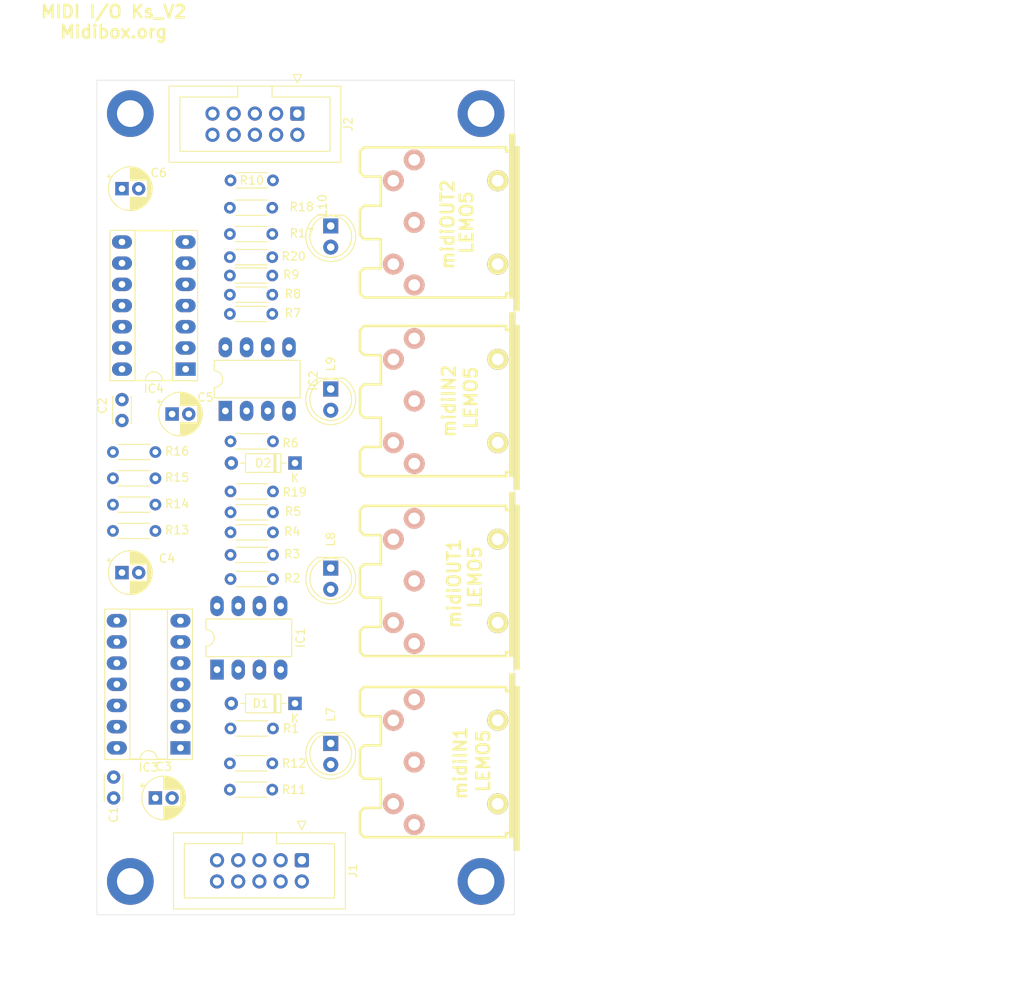
<source format=kicad_pcb>
(kicad_pcb (version 20240108) (generator "pcbnew") (generator_version "8.0")
  (layers (0 "F.Cu" signal) (31 "B.Cu" signal) (34 "B.Paste" user) (35 "F.Paste" user) (36 "B.SilkS" user "B.Silkscreen") (37 "F.SilkS" user "F.Silkscreen") (38 "B.Mask" user) (39 "F.Mask" user) (44 "Edge.Cuts" user))
  (net 0 "")
  (net 1 "Net-(IC1-Vo)")
  (net 2 "Net-(IC1-Vb)")
  (net 3 "+5V")
  (net 4 "GND")
  (net 5 "Net-(IC2-Vb)")
  (net 6 "Net-(IC2-Vo)")
  (net 7 "Net-(J1-P6)")
  (net 8 "Net-(J1-P5)")
  (net 9 "Net-(J1-P9)")
  (net 10 "Net-(J1-P10)")
  (net 12 "Net-(R1-Pad1)")
  (net 16 "Net-(R6-Pad1)")
  (net 20 "Net-(R3-Pad1)")
  (net 22 "Net-(R5-Pad1)")
  (net 24 "Net-(R10-Pad1)")
  (net 26 "Net-(R8-Pad1)")
  (net 29 "Net-(D2-C)")
  (net 30 "Net-(D2-A)")
  (net 31 "Net-(D1-C)")
  (net 32 "Net-(D1-A)")
  (net 33 "Net-(IC4-1A)")
  (net 34 "Net-(IC3-1A)")
  (net 35 "Net-(L7-K)")
  (net 36 "Net-(IC3-2A)")
  (net 37 "Net-(L8-K)")
  (net 38 "Net-(IC3-1B)")
  (net 39 "Net-(IC3-3A)")
  (net 40 "Net-(L9-K)")
  (net 41 "Net-(IC4-2A)")
  (net 42 "Net-(IC4-1B)")
  (net 43 "Net-(L10-K)")
  (net 44 "Net-(IC4-3A)")
  (net 45 "Net-(IC3-1Y)")
  (net 46 "Net-(IC3-4Y)")
  (net 47 "Net-(IC4-1Y)")
  (net 48 "Net-(IC4-4Y)")
  (net 49 "Net-(IC3-3Y)")
  (net 50 "Net-(IC4-3Y)")
  (footprint "w_conn_av:din-5" (layer "F.Cu") (at 95.9972 94.9181 90)
    (property "Reference" "midiOUT1" (at -0.302761 1.77526 90) (layer "F.SilkS") (effects (font (size 1.524 1.524) (thickness 0.3048))))
    (property "Value" "LEMO5" (at 0.447239 4.27526 90) (layer "F.SilkS") (effects (font (size 1.524 1.524) (thickness 0.3048))))
    (pad "" np_thru_hole circle (at -5.00126 6.9977 90) (size 2.49936 2.49936) (drill 1.397) (layers "*.Cu" "*.Mask" "F.SilkS"))
    (pad "" np_thru_hole circle (at 5.00126 6.9977 90) (size 2.49936 2.49936) (drill 1.397) (layers "*.Cu" "*.Mask" "F.SilkS"))
    (pad "1" thru_hole circle (at 7.49808 -2.9972 90) (size 2.49936 2.49936) (drill 1.397) (layers "*.Cu" "*.SilkS" "*.Mask"))
    (pad "2" thru_hole circle (at 0 -2.99974 90) (size 2.49936 2.49936) (drill 1.397) (layers "*.Cu" "*.SilkS" "*.Mask") (net 22 "Net-(R5-Pad1)"))
    (pad "3" thru_hole circle (at -7.49808 -2.9972 90) (size 2.49936 2.49936) (drill 1.397) (layers "*.Cu" "*.SilkS" "*.Mask"))
    (pad "4" thru_hole circle (at 4.99618 -5.4991 90) (size 2.49936 2.49936) (drill 1.397) (layers "*.Cu" "*.SilkS" "*.Mask"))
    (pad "5" thru_hole circle (at -4.99618 -5.4991 90) (size 2.49936 2.49936) (drill 1.397) (layers "*.Cu" "*.SilkS" "*.Mask") (net 20 "Net-(R3-Pad1)"))
  )
  (footprint "w_conn_av:din-5" (layer "F.Cu") (at 95.9948 51.9596 90)
    (property "Reference" "midiOUT2" (at -0.25 1 90) (layer "F.SilkS") (effects (font (size 1.524 1.524) (thickness 0.3048))))
    (property "Value" "LEMO5" (at -0.01126 3.2777 90) (layer "F.SilkS") (effects (font (size 1.524 1.524) (thickness 0.3048))))
    (pad "" np_thru_hole circle (at -5.00126 6.9977 90) (size 2.49936 2.49936) (drill 1.397) (layers "*.Cu" "*.Mask" "F.SilkS"))
    (pad "" np_thru_hole circle (at 5.00126 6.9977 90) (size 2.49936 2.49936) (drill 1.397) (layers "*.Cu" "*.Mask" "F.SilkS"))
    (pad "1" thru_hole circle (at 7.49808 -2.9972 90) (size 2.49936 2.49936) (drill 1.397) (layers "*.Cu" "*.SilkS" "*.Mask"))
    (pad "2" thru_hole circle (at 0 -2.99974 90) (size 2.49936 2.49936) (drill 1.397) (layers "*.Cu" "*.SilkS" "*.Mask") (net 24 "Net-(R10-Pad1)"))
    (pad "3" thru_hole circle (at -7.49808 -2.9972 90) (size 2.49936 2.49936) (drill 1.397) (layers "*.Cu" "*.SilkS" "*.Mask"))
    (pad "4" thru_hole circle (at 4.99618 -5.4991 90) (size 2.49936 2.49936) (drill 1.397) (layers "*.Cu" "*.SilkS" "*.Mask"))
    (pad "5" thru_hole circle (at -4.99618 -5.4991 90) (size 2.49936 2.49936) (drill 1.397) (layers "*.Cu" "*.SilkS" "*.Mask") (net 26 "Net-(R8-Pad1)"))
  )
  (footprint "Resistor_THT:R_Axial_DIN0204_L3.6mm_D1.6mm_P5.08mm_Horizontal" (layer "F.Cu") (at 71 89.0909)
    (property "Reference" "R4" (at 7.38 -0.1 0) (layer "F.SilkS"))
    (property "Value" "1k")
    (pad "1" thru_hole circle (at 0 0) (size 1.4 1.4) (drill 0.7) (layers "*.Cu" "*.Mask") (net 3 "+5V"))
    (pad "2" thru_hole oval (at 5.08 0) (size 1.4 1.4) (drill 0.7) (layers "*.Cu" "*.Mask") (net 1 "Net-(IC1-Vo)"))
  )
  (footprint "Capacitor_THT:C_Disc_D3.0mm_W2.0mm_P2.50mm" (layer "F.Cu") (at 58 75.6909 90)
    (property "Reference" "C2" (at 1.77088 -2.3525 -90) (layer "F.SilkS"))
    (property "Value" "100NF")
    (pad "1" thru_hole circle (at 0 0 90) (size 1.6 1.6) (drill 0.8) (layers "*.Cu" "*.Mask") (net 4 "GND"))
    (pad "2" thru_hole circle (at 2.5 0 90) (size 1.6 1.6) (drill 0.8) (layers "*.Cu" "*.Mask") (net 3 "+5V"))
  )
  (footprint "Capacitor_THT:CP_Radial_D5.0mm_P2.00mm" (layer "F.Cu") (at 58 93.92)
    (property "Reference" "C4" (at 5.4 -1.7 0) (layer "F.SilkS"))
    (property "Value" "10UF")
    (pad "1" thru_hole rect (at 0 0) (size 1.6 1.6) (drill 0.8) (layers "*.Cu" "*.Mask") (net 46 "Net-(IC3-4Y)"))
    (pad "2" thru_hole circle (at 2 0) (size 1.6 1.6) (drill 0.8) (layers "*.Cu" "*.Mask") (net 39 "Net-(IC3-3A)"))
  )
  (footprint "Resistor_THT:R_Axial_DIN0204_L3.6mm_D1.6mm_P5.08mm_Horizontal" (layer "F.Cu") (at 62 88.92 180)
    (property "Reference" "R13" (at -2.6 0.1 180) (layer "F.SilkS"))
    (property "Value" "220")
    (pad "1" thru_hole circle (at 0 0 180) (size 1.4 1.4) (drill 0.7) (layers "*.Cu" "*.Mask") (net 37 "Net-(L8-K)"))
    (pad "2" thru_hole oval (at 5.08 0 180) (size 1.4 1.4) (drill 0.7) (layers "*.Cu" "*.Mask") (net 38 "Net-(IC3-1B)"))
  )
  (footprint "Resistor_THT:R_Axial_DIN0204_L3.6mm_D1.6mm_P5.08mm_Horizontal" (layer "F.Cu") (at 76 116.77 180)
    (property "Reference" "R12" (at -2.6 0 180) (layer "F.SilkS"))
    (property "Value" "100k")
    (pad "1" thru_hole circle (at 0 0 180) (size 1.4 1.4) (drill 0.7) (layers "*.Cu" "*.Mask") (net 36 "Net-(IC3-2A)"))
    (pad "2" thru_hole oval (at 5.08 0 180) (size 1.4 1.4) (drill 0.7) (layers "*.Cu" "*.Mask") (net 4 "GND"))
  )
  (footprint "Resistor_THT:R_Axial_DIN0204_L3.6mm_D1.6mm_P5.08mm_Horizontal" (layer "F.Cu") (at 71 91.7909)
    (property "Reference" "R3" (at 7.38 -0.1 0) (layer "F.SilkS"))
    (property "Value" "220")
    (pad "1" thru_hole circle (at 0 0) (size 1.4 1.4) (drill 0.7) (layers "*.Cu" "*.Mask") (net 20 "Net-(R3-Pad1)"))
    (pad "2" thru_hole oval (at 5.08 0) (size 1.4 1.4) (drill 0.7) (layers "*.Cu" "*.Mask") (net 34 "Net-(IC3-1A)"))
  )
  (footprint "Capacitor_THT:CP_Radial_D5.0mm_P2.00mm" (layer "F.Cu") (at 62 120.92)
    (property "Reference" "C3" (at 1 -3.75 0) (layer "F.SilkS"))
    (property "Value" "10UF")
    (pad "1" thru_hole rect (at 0 0) (size 1.6 1.6) (drill 0.8) (layers "*.Cu" "*.Mask") (net 45 "Net-(IC3-1Y)"))
    (pad "2" thru_hole circle (at 2 0) (size 1.6 1.6) (drill 0.8) (layers "*.Cu" "*.Mask") (net 36 "Net-(IC3-2A)"))
  )
  (footprint "MountingHole:MountingHole_3.2mm_M3_DIN965_Pad" (layer "F.Cu") (at 59 130.92)
    (property "Reference" "H1" (hide yes))
    (property "Value" "MountingHole" (hide yes))
    (pad "1" thru_hole circle (at 0 0) (size 5.6 5.6) (drill 3.2) (layers "*.Cu" "*.Mask"))
  )
  (footprint "Resistor_THT:R_Axial_DIN0204_L3.6mm_D1.6mm_P5.08mm_Horizontal" (layer "F.Cu") (at 62 82.62 180)
    (property "Reference" "R15" (at -2.6 0.1 180) (layer "F.SilkS"))
    (property "Value" "220")
    (pad "1" thru_hole circle (at 0 0 180) (size 1.4 1.4) (drill 0.7) (layers "*.Cu" "*.Mask") (net 40 "Net-(L9-K)"))
    (pad "2" thru_hole oval (at 5.08 0 180) (size 1.4 1.4) (drill 0.7) (layers "*.Cu" "*.Mask") (net 6 "Net-(IC2-Vo)"))
  )
  (footprint "Capacitor_THT:CP_Radial_D5.0mm_P2.00mm" (layer "F.Cu") (at 58 47.92)
    (property "Reference" "C6" (at 4.4 -1.9 0) (layer "F.SilkS"))
    (property "Value" "10UF")
    (pad "1" thru_hole rect (at 0 0) (size 1.6 1.6) (drill 0.8) (layers "*.Cu" "*.Mask") (net 48 "Net-(IC4-4Y)"))
    (pad "2" thru_hole circle (at 2 0) (size 1.6 1.6) (drill 0.8) (layers "*.Cu" "*.Mask") (net 44 "Net-(IC4-3A)"))
  )
  (footprint "Resistor_THT:R_Axial_DIN0204_L3.6mm_D1.6mm_P5.08mm_Horizontal" (layer "F.Cu") (at 76 58.32 180)
    (property "Reference" "R9" (at -2.26 0.1 180) (layer "F.SilkS"))
    (property "Value" "1k")
    (pad "1" thru_hole circle (at 0 0 180) (size 1.4 1.4) (drill 0.7) (layers "*.Cu" "*.Mask") (net 3 "+5V"))
    (pad "2" thru_hole oval (at 5.08 0 180) (size 1.4 1.4) (drill 0.7) (layers "*.Cu" "*.Mask") (net 6 "Net-(IC2-Vo)"))
  )
  (footprint "w_conn_av:din-5" (layer "F.Cu") (at 96.0048 73.3596 90)
    (property "Reference" "midiIN2" (at 0 1.13526 90) (layer "F.SilkS") (effects (font (size 1.524 1.524) (thickness 0.3048))))
    (property "Value" "LEMO5" (at 0.38874 3.7677 90) (layer "F.SilkS") (effects (font (size 1.524 1.524) (thickness 0.3048))))
    (pad "" np_thru_hole circle (at -5.00126 6.9977 90) (size 2.49936 2.49936) (drill 1.397) (layers "*.Cu" "*.Mask" "F.SilkS"))
    (pad "" np_thru_hole circle (at 5.00126 6.9977 90) (size 2.49936 2.49936) (drill 1.397) (layers "*.Cu" "*.Mask" "F.SilkS"))
    (pad "1" thru_hole circle (at 7.49808 -2.9972 90) (size 2.49936 2.49936) (drill 1.397) (layers "*.Cu" "*.SilkS" "*.Mask"))
    (pad "2" thru_hole circle (at 0 -2.99974 90) (size 2.49936 2.49936) (drill 1.397) (layers "*.Cu" "*.SilkS" "*.Mask") (net 16 "Net-(R6-Pad1)"))
    (pad "3" thru_hole circle (at -7.49808 -2.9972 90) (size 2.49936 2.49936) (drill 1.397) (layers "*.Cu" "*.SilkS" "*.Mask"))
    (pad "4" thru_hole circle (at 4.99618 -5.4991 90) (size 2.49936 2.49936) (drill 1.397) (layers "*.Cu" "*.SilkS" "*.Mask"))
    (pad "5" thru_hole circle (at -4.99618 -5.4991 90) (size 2.49936 2.49936) (drill 1.397) (layers "*.Cu" "*.SilkS" "*.Mask") (net 30 "Net-(D2-A)"))
  )
  (footprint "Resistor_THT:R_Axial_DIN0204_L3.6mm_D1.6mm_P5.08mm_Horizontal" (layer "F.Cu") (at 62 79.47 180)
    (property "Reference" "R16" (at -2.6 0.1 180) (layer "F.SilkS"))
    (property "Value" "100k")
    (pad "1" thru_hole circle (at 0 0 180) (size 1.4 1.4) (drill 0.7) (layers "*.Cu" "*.Mask") (net 41 "Net-(IC4-2A)"))
    (pad "2" thru_hole oval (at 5.08 0 180) (size 1.4 1.4) (drill 0.7) (layers "*.Cu" "*.Mask") (net 4 "GND"))
  )
  (footprint "Capacitor_THT:CP_Radial_D5.0mm_P2.00mm" (layer "F.Cu") (at 64 74.92)
    (property "Reference" "C5" (at 4 -2 0) (layer "F.SilkS"))
    (property "Value" "10UF")
    (pad "1" thru_hole rect (at 0 0) (size 1.6 1.6) (drill 0.8) (layers "*.Cu" "*.Mask") (net 47 "Net-(IC4-1Y)"))
    (pad "2" thru_hole circle (at 2 0) (size 1.6 1.6) (drill 0.8) (layers "*.Cu" "*.Mask") (net 41 "Net-(IC4-2A)"))
  )
  (footprint "w_conn_av:din-5" (layer "F.Cu") (at 95.9972 116.6181 90)
    (property "Reference" "midiIN1" (at -0.102761 2.52526 90) (layer "F.SilkS") (effects (font (size 1.524 1.524) (thickness 0.3048))))
    (property "Value" "LEMO5" (at 0.147239 5.27526 90) (layer "F.SilkS") (effects (font (size 1.524 1.524) (thickness 0.3048))))
    (pad "" np_thru_hole circle (at -5.00126 6.9977 90) (size 2.49936 2.49936) (drill 1.397) (layers "*.Cu" "*.Mask" "F.SilkS"))
    (pad "" np_thru_hole circle (at 5.00126 6.9977 90) (size 2.49936 2.49936) (drill 1.397) (layers "*.Cu" "*.Mask" "F.SilkS"))
    (pad "1" thru_hole circle (at 7.49808 -2.9972 90) (size 2.49936 2.49936) (drill 1.397) (layers "*.Cu" "*.SilkS" "*.Mask"))
    (pad "2" thru_hole circle (at 0 -2.99974 90) (size 2.49936 2.49936) (drill 1.397) (layers "*.Cu" "*.SilkS" "*.Mask") (net 12 "Net-(R1-Pad1)"))
    (pad "3" thru_hole circle (at -7.49808 -2.9972 90) (size 2.49936 2.49936) (drill 1.397) (layers "*.Cu" "*.SilkS" "*.Mask"))
    (pad "4" thru_hole circle (at 4.99618 -5.4991 90) (size 2.49936 2.49936) (drill 1.397) (layers "*.Cu" "*.SilkS" "*.Mask"))
    (pad "5" thru_hole circle (at -4.99618 -5.4991 90) (size 2.49936 2.49936) (drill 1.397) (layers "*.Cu" "*.SilkS" "*.Mask") (net 32 "Net-(D1-A)"))
  )
  (footprint "Diode_THT:D_DO-35_SOD27_P7.62mm_Horizontal" (layer "F.Cu") (at 78.72 109.5909 180)
    (property "Reference" "D1" (at 4.1 0 180) (layer "F.SilkS"))
    (property "Value" "1N4148")
    (fp_text user "K" (at 0 -1.8 180) (layer "F.SilkS"))
    (pad "1" thru_hole rect (at 0 0 180) (size 1.6 1.6) (drill 0.8) (layers "*.Cu" "*.Mask") (net 32 "Net-(D1-A)"))
    (pad "2" thru_hole oval (at 7.62 0 180) (size 1.6 1.6) (drill 0.8) (layers "*.Cu" "*.Mask") (net 31 "Net-(D1-C)"))
  )
  (footprint "Package_DIP:DIP-14_W7.62mm_Socket_LongPads" (layer "F.Cu") (at 65 114.92 180)
    (property "Reference" "IC3" (at 3.81 -2.33 180) (layer "F.SilkS"))
    (property "Value" "SN74HC00N")
    (pad "1" thru_hole rect (at 0 0 180) (size 2.4 1.6) (drill 0.8) (layers "*.Cu" "*.Mask") (net 34 "Net-(IC3-1A)"))
    (pad "2" thru_hole oval (at 0 2.54 180) (size 2.4 1.6) (drill 0.8) (layers "*.Cu" "*.Mask") (net 38 "Net-(IC3-1B)"))
    (pad "3" thru_hole oval (at 0 5.08 180) (size 2.4 1.6) (drill 0.8) (layers "*.Cu" "*.Mask") (net 45 "Net-(IC3-1Y)"))
    (pad "4" thru_hole oval (at 0 7.62 180) (size 2.4 1.6) (drill 0.8) (layers "*.Cu" "*.Mask") (net 36 "Net-(IC3-2A)"))
    (pad "5" thru_hole oval (at 0 10.16 180) (size 2.4 1.6) (drill 0.8) (layers "*.Cu" "*.Mask") (net 36 "Net-(IC3-2A)"))
    (pad "6" thru_hole oval (at 0 12.7 180) (size 2.4 1.6) (drill 0.8) (layers "*.Cu" "*.Mask") (net 38 "Net-(IC3-1B)"))
    (pad "7" thru_hole oval (at 0 15.24 180) (size 2.4 1.6) (drill 0.8) (layers "*.Cu" "*.Mask") (net 4 "GND"))
    (pad "8" thru_hole oval (at 7.62 15.24 180) (size 2.4 1.6) (drill 0.8) (layers "*.Cu" "*.Mask") (net 49 "Net-(IC3-3Y)"))
    (pad "9" thru_hole oval (at 7.62 12.7 180) (size 2.4 1.6) (drill 0.8) (layers "*.Cu" "*.Mask") (net 39 "Net-(IC3-3A)"))
    (pad "10" thru_hole oval (at 7.62 10.16 180) (size 2.4 1.6) (drill 0.8) (layers "*.Cu" "*.Mask") (net 39 "Net-(IC3-3A)"))
    (pad "11" thru_hole oval (at 7.62 7.62 180) (size 2.4 1.6) (drill 0.8) (layers "*.Cu" "*.Mask") (net 46 "Net-(IC3-4Y)"))
    (pad "12" thru_hole oval (at 7.62 5.08 180) (size 2.4 1.6) (drill 0.8) (layers "*.Cu" "*.Mask") (net 49 "Net-(IC3-3Y)"))
    (pad "13" thru_hole oval (at 7.62 2.54 180) (size 2.4 1.6) (drill 0.8) (layers "*.Cu" "*.Mask") (net 1 "Net-(IC1-Vo)"))
    (pad "14" thru_hole oval (at 7.62 0 180) (size 2.4 1.6) (drill 0.8) (layers "*.Cu" "*.Mask") (net 3 "+5V"))
  )
  (footprint "Resistor_THT:R_Axial_DIN0204_L3.6mm_D1.6mm_P5.08mm_Horizontal" (layer "F.Cu") (at 62 85.77 180)
    (property "Reference" "R14" (at -2.6 0.1 180) (layer "F.SilkS"))
    (property "Value" "100k")
    (pad "1" thru_hole circle (at 0 0 180) (size 1.4 1.4) (drill 0.7) (layers "*.Cu" "*.Mask") (net 39 "Net-(IC3-3A)"))
    (pad "2" thru_hole oval (at 5.08 0 180) (size 1.4 1.4) (drill 0.7) (layers "*.Cu" "*.Mask") (net 4 "GND"))
  )
  (footprint "MountingHole:MountingHole_3.2mm_M3_DIN965_Pad" (layer "F.Cu") (at 101 130.92)
    (property "Reference" "H4" (hide yes))
    (property "Value" "MountingHole" (hide yes))
    (pad "1" thru_hole circle (at 0 0) (size 5.6 5.6) (drill 3.2) (layers "*.Cu" "*.Mask"))
  )
  (footprint "Resistor_THT:R_Axial_DIN0204_L3.6mm_D1.6mm_P5.08mm_Horizontal" (layer "F.Cu") (at 76.08 86.6909 180)
    (property "Reference" "R5" (at -2.4 0.1 180) (layer "F.SilkS"))
    (property "Value" "220")
    (pad "1" thru_hole circle (at 0 0 180) (size 1.4 1.4) (drill 0.7) (layers "*.Cu" "*.Mask") (net 22 "Net-(R5-Pad1)"))
    (pad "2" thru_hole oval (at 5.08 0 180) (size 1.4 1.4) (drill 0.7) (layers "*.Cu" "*.Mask") (net 3 "+5V"))
  )
  (footprint "Resistor_THT:R_Axial_DIN0204_L3.6mm_D1.6mm_P5.08mm_Horizontal" (layer "F.Cu") (at 70.92 56.12)
    (property "Reference" "R20" (at 7.64 -0.1 0) (layer "F.SilkS"))
    (property "Value" "100k")
    (pad "1" thru_hole circle (at 0 0) (size 1.4 1.4) (drill 0.7) (layers "*.Cu" "*.Mask") (net 3 "+5V"))
    (pad "2" thru_hole oval (at 5.08 0) (size 1.4 1.4) (drill 0.7) (layers "*.Cu" "*.Mask") (net 33 "Net-(IC4-1A)"))
  )
  (footprint "Resistor_THT:R_Axial_DIN0204_L3.6mm_D1.6mm_P5.08mm_Horizontal" (layer "F.Cu") (at 76 119.92 180)
    (property "Reference" "R11" (at -2.6 0 180) (layer "F.SilkS"))
    (property "Value" "220")
    (pad "1" thru_hole circle (at 0 0 180) (size 1.4 1.4) (drill 0.7) (layers "*.Cu" "*.Mask") (net 35 "Net-(L7-K)"))
    (pad "2" thru_hole oval (at 5.08 0 180) (size 1.4 1.4) (drill 0.7) (layers "*.Cu" "*.Mask") (net 1 "Net-(IC1-Vo)"))
  )
  (footprint "Resistor_THT:R_Axial_DIN0204_L3.6mm_D1.6mm_P5.08mm_Horizontal" (layer "F.Cu") (at 71 94.6909)
    (property "Reference" "R2" (at 7.38 -0.1 0) (layer "F.SilkS"))
    (property "Value" "4.7k")
    (pad "1" thru_hole circle (at 0 0) (size 1.4 1.4) (drill 0.7) (layers "*.Cu" "*.Mask") (net 2 "Net-(IC1-Vb)"))
    (pad "2" thru_hole oval (at 5.08 0) (size 1.4 1.4) (drill 0.7) (layers "*.Cu" "*.Mask") (net 4 "GND"))
  )
  (footprint "LED_THT:LED_D5.0mm" (layer "F.Cu") (at 83 52.38 -90)
    (property "Reference" "L10" (at -2.46 1 90) (layer "F.SilkS"))
    (property "Value" "LED")
    (pad "1" thru_hole rect (at 0 0 270) (size 1.8 1.8) (drill 0.9) (layers "*.Cu" "*.Mask") (net 43 "Net-(L10-K)"))
    (pad "2" thru_hole circle (at 2.54 0 270) (size 1.8 1.8) (drill 0.9) (layers "*.Cu" "*.Mask") (net 3 "+5V"))
  )
  (footprint "Diode_THT:D_DO-35_SOD27_P7.62mm_Horizontal" (layer "F.Cu") (at 78.72 80.7909 180)
    (property "Reference" "D2" (at 3.81 0 180) (layer "F.SilkS"))
    (property "Value" "1N4148")
    (fp_text user "K" (at 0 -1.8 180) (layer "F.SilkS"))
    (pad "1" thru_hole rect (at 0 0 180) (size 1.6 1.6) (drill 0.8) (layers "*.Cu" "*.Mask") (net 30 "Net-(D2-A)"))
    (pad "2" thru_hole oval (at 7.62 0 180) (size 1.6 1.6) (drill 0.8) (layers "*.Cu" "*.Mask") (net 29 "Net-(D2-C)"))
  )
  (footprint "Package_DIP:DIP-8_W7.62mm_LongPads" (layer "F.Cu") (at 69.38 105.54 90)
    (property "Reference" "IC1" (at 3.81 10 90) (layer "F.SilkS"))
    (property "Value" "6N138")
    (pad "1" thru_hole rect (at 0 0 90) (size 2.4 1.6) (drill 0.8) (layers "*.Cu" "*.Mask"))
    (pad "2" thru_hole oval (at 0 2.54 90) (size 2.4 1.6) (drill 0.8) (layers "*.Cu" "*.Mask") (net 31 "Net-(D1-C)"))
    (pad "3" thru_hole oval (at 0 5.08 90) (size 2.4 1.6) (drill 0.8) (layers "*.Cu" "*.Mask") (net 32 "Net-(D1-A)"))
    (pad "4" thru_hole oval (at 0 7.62 90) (size 2.4 1.6) (drill 0.8) (layers "*.Cu" "*.Mask"))
    (pad "5" thru_hole oval (at 7.62 7.62 90) (size 2.4 1.6) (drill 0.8) (layers "*.Cu" "*.Mask") (net 4 "GND"))
    (pad "6" thru_hole oval (at 7.62 5.08 90) (size 2.4 1.6) (drill 0.8) (layers "*.Cu" "*.Mask") (net 1 "Net-(IC1-Vo)"))
    (pad "7" thru_hole oval (at 7.62 2.54 90) (size 2.4 1.6) (drill 0.8) (layers "*.Cu" "*.Mask") (net 2 "Net-(IC1-Vb)"))
    (pad "8" thru_hole oval (at 7.62 0 90) (size 2.4 1.6) (drill 0.8) (layers "*.Cu" "*.Mask") (net 3 "+5V"))
  )
  (footprint "Resistor_THT:R_Axial_DIN0204_L3.6mm_D1.6mm_P5.08mm_Horizontal" (layer "F.Cu") (at 76 53.3491 180)
    (property "Reference" "R17" (at -3.52 0.1 180) (layer "F.SilkS"))
    (property "Value" "220")
    (pad "1" thru_hole circle (at 0 0 180) (size 1.4 1.4) (drill 0.7) (layers "*.Cu" "*.Mask") (net 43 "Net-(L10-K)"))
    (pad "2" thru_hole oval (at 5.08 0 180) (size 1.4 1.4) (drill 0.7) (layers "*.Cu" "*.Mask") (net 42 "Net-(IC4-1B)"))
  )
  (footprint "Resistor_THT:R_Axial_DIN0204_L3.6mm_D1.6mm_P5.08mm_Horizontal" (layer "F.Cu") (at 76 50.1991 180)
    (property "Reference" "R18" (at -3.52 0.1 180) (layer "F.SilkS"))
    (property "Value" "100k")
    (pad "1" thru_hole circle (at 0 0 180) (size 1.4 1.4) (drill 0.7) (layers "*.Cu" "*.Mask") (net 44 "Net-(IC4-3A)"))
    (pad "2" thru_hole oval (at 5.08 0 180) (size 1.4 1.4) (drill 0.7) (layers "*.Cu" "*.Mask") (net 4 "GND"))
  )
  (footprint "Resistor_THT:R_Axial_DIN0204_L3.6mm_D1.6mm_P5.08mm_Horizontal" (layer "F.Cu") (at 76 62.92 180)
    (property "Reference" "R7" (at -2.46 0.1 180) (layer "F.SilkS"))
    (property "Value" "4.7k")
    (pad "1" thru_hole circle (at 0 0 180) (size 1.4 1.4) (drill 0.7) (layers "*.Cu" "*.Mask") (net 5 "Net-(IC2-Vb)"))
    (pad "2" thru_hole oval (at 5.08 0 180) (size 1.4 1.4) (drill 0.7) (layers "*.Cu" "*.Mask") (net 4 "GND"))
  )
  (footprint "LED_THT:LED_D5.0mm" (layer "F.Cu") (at 83 71.92 -90)
    (property "Reference" "L9" (at -3 0 90) (layer "F.SilkS"))
    (property "Value" "LED")
    (pad "1" thru_hole rect (at 0 0 270) (size 1.8 1.8) (drill 0.9) (layers "*.Cu" "*.Mask") (net 40 "Net-(L9-K)"))
    (pad "2" thru_hole circle (at 2.54 0 270) (size 1.8 1.8) (drill 0.9) (layers "*.Cu" "*.Mask") (net 3 "+5V"))
  )
  (footprint "Resistor_THT:R_Axial_DIN0204_L3.6mm_D1.6mm_P5.08mm_Horizontal" (layer "F.Cu") (at 76.08 78.1909 180)
    (property "Reference" "R6" (at -2.1 -0.2 180) (layer "F.SilkS"))
    (property "Value" "R220")
    (pad "1" thru_hole circle (at 0 0 180) (size 1.4 1.4) (drill 0.7) (layers "*.Cu" "*.Mask") (net 16 "Net-(R6-Pad1)"))
    (pad "2" thru_hole oval (at 5.08 0 180) (size 1.4 1.4) (drill 0.7) (layers "*.Cu" "*.Mask") (net 29 "Net-(D2-C)"))
  )
  (footprint "Capacitor_THT:C_Disc_D3.0mm_W2.0mm_P2.50mm" (layer "F.Cu") (at 57 120.92 90)
    (property "Reference" "C1" (at -2 0 -90) (layer "F.SilkS"))
    (property "Value" "100NF")
    (pad "1" thru_hole circle (at 0 0 90) (size 1.6 1.6) (drill 0.8) (layers "*.Cu" "*.Mask") (net 4 "GND"))
    (pad "2" thru_hole circle (at 2.5 0 90) (size 1.6 1.6) (drill 0.8) (layers "*.Cu" "*.Mask") (net 3 "+5V"))
  )
  (footprint "Resistor_THT:R_Axial_DIN0204_L3.6mm_D1.6mm_P5.08mm_Horizontal" (layer "F.Cu") (at 76.08 46.92 180)
    (property "Reference" "R10" (at 2.54 0 180) (layer "F.SilkS"))
    (property "Value" "220")
    (pad "1" thru_hole circle (at 0 0 180) (size 1.4 1.4) (drill 0.7) (layers "*.Cu" "*.Mask") (net 24 "Net-(R10-Pad1)"))
    (pad "2" thru_hole oval (at 5.08 0 180) (size 1.4 1.4) (drill 0.7) (layers "*.Cu" "*.Mask") (net 3 "+5V"))
  )
  (footprint "LED_THT:LED_D5.0mm" (layer "F.Cu") (at 83 93.38 -90)
    (property "Reference" "L8" (at -3.46 0 90) (layer "F.SilkS"))
    (property "Value" "LED")
    (pad "1" thru_hole rect (at 0 0 270) (size 1.8 1.8) (drill 0.9) (layers "*.Cu" "*.Mask") (net 37 "Net-(L8-K)"))
    (pad "2" thru_hole circle (at 2.54 0 270) (size 1.8 1.8) (drill 0.9) (layers "*.Cu" "*.Mask") (net 3 "+5V"))
  )
  (footprint "Resistor_THT:R_Axial_DIN0204_L3.6mm_D1.6mm_P5.08mm_Horizontal" (layer "F.Cu") (at 76.08 112.5909 180)
    (property "Reference" "R1" (at -2.16 0 180) (layer "F.SilkS"))
    (property "Value" "220")
    (pad "1" thru_hole circle (at 0 0 180) (size 1.4 1.4) (drill 0.7) (layers "*.Cu" "*.Mask") (net 12 "Net-(R1-Pad1)"))
    (pad "2" thru_hole oval (at 5.08 0 180) (size 1.4 1.4) (drill 0.7) (layers "*.Cu" "*.Mask") (net 31 "Net-(D1-C)"))
  )
  (footprint "Resistor_THT:R_Axial_DIN0204_L3.6mm_D1.6mm_P5.08mm_Horizontal" (layer "F.Cu") (at 71 84.1909)
    (property "Reference" "R19" (at 7.68 0.1 0) (layer "F.SilkS"))
    (property "Value" "100k")
    (pad "1" thru_hole circle (at 0 0) (size 1.4 1.4) (drill 0.7) (layers "*.Cu" "*.Mask") (net 3 "+5V"))
    (pad "2" thru_hole oval (at 5.08 0) (size 1.4 1.4) (drill 0.7) (layers "*.Cu" "*.Mask") (net 34 "Net-(IC3-1A)"))
  )
  (footprint "Connector_IDC:IDC-Header_2x05_P2.54mm_Vertical" (layer "F.Cu") (at 79.54 128.38 -90)
    (property "Reference" "J1" (at 1.27 -6.1 90) (layer "F.SilkS"))
    (property "Value" "CONN_02X05" (hide yes))
    (pad "1" thru_hole roundrect (at 0 0 270) (size 1.7 1.7) (drill 1) (layers "*.Cu" "*.Mask") (roundrect_rratio 0.147059) (net 4 "GND"))
    (pad "2" thru_hole circle (at 2.54 0 270) (size 1.7 1.7) (drill 1) (layers "*.Cu" "*.Mask") (net 3 "+5V"))
    (pad "3" thru_hole circle (at 0 2.54 270) (size 1.7 1.7) (drill 1) (layers "*.Cu" "*.Mask") (net 6 "Net-(IC2-Vo)"))
    (pad "4" thru_hole circle (at 2.54 2.54 270) (size 1.7 1.7) (drill 1) (layers "*.Cu" "*.Mask") (net 1 "Net-(IC1-Vo)"))
    (pad "5" thru_hole circle (at 0 5.08 270) (size 1.7 1.7) (drill 1) (layers "*.Cu" "*.Mask") (net 8 "Net-(J1-P5)"))
    (pad "6" thru_hole circle (at 2.54 5.08 270) (size 1.7 1.7) (drill 1) (layers "*.Cu" "*.Mask") (net 7 "Net-(J1-P6)"))
    (pad "7" thru_hole circle (at 0 7.62 270) (size 1.7 1.7) (drill 1) (layers "*.Cu" "*.Mask") (net 33 "Net-(IC4-1A)"))
    (pad "8" thru_hole circle (at 2.54 7.62 270) (size 1.7 1.7) (drill 1) (layers "*.Cu" "*.Mask") (net 34 "Net-(IC3-1A)"))
    (pad "9" thru_hole circle (at 0 10.16 270) (size 1.7 1.7) (drill 1) (layers "*.Cu" "*.Mask") (net 9 "Net-(J1-P9)"))
    (pad "10" thru_hole circle (at 2.54 10.16 270) (size 1.7 1.7) (drill 1) (layers "*.Cu" "*.Mask") (net 10 "Net-(J1-P10)"))
  )
  (footprint "MountingHole:MountingHole_3.2mm_M3_DIN965_Pad" (layer "F.Cu") (at 59 38.92)
    (property "Reference" "H2" (hide yes))
    (property "Value" "MountingHole" (hide yes))
    (pad "1" thru_hole circle (at 0 0) (size 5.6 5.6) (drill 3.2) (layers "*.Cu" "*.Mask"))
  )
  (footprint "LED_THT:LED_D5.0mm" (layer "F.Cu") (at 83 114.38 -90)
    (property "Reference" "L7" (at -3.46 0 90) (layer "F.SilkS"))
    (property "Value" "LED")
    (pad "1" thru_hole rect (at 0 0 270) (size 1.8 1.8) (drill 0.9) (layers "*.Cu" "*.Mask") (net 35 "Net-(L7-K)"))
    (pad "2" thru_hole circle (at 2.54 0 270) (size 1.8 1.8) (drill 0.9) (layers "*.Cu" "*.Mask") (net 3 "+5V"))
  )
  (footprint "MountingHole:MountingHole_3.2mm_M3_DIN965_Pad" (layer "F.Cu") (at 101 38.92)
    (property "Reference" "H3" (hide yes))
    (property "Value" "MountingHole" (hide yes))
    (pad "1" thru_hole circle (at 0 0) (size 5.6 5.6) (drill 3.2) (layers "*.Cu" "*.Mask"))
  )
  (footprint "Resistor_THT:R_Axial_DIN0204_L3.6mm_D1.6mm_P5.08mm_Horizontal" (layer "F.Cu") (at 76 60.62 180)
    (property "Reference" "R8" (at -2.46 0.1 180) (layer "F.SilkS"))
    (property "Value" "220")
    (pad "1" thru_hole circle (at 0 0 180) (size 1.4 1.4) (drill 0.7) (layers "*.Cu" "*.Mask") (net 26 "Net-(R8-Pad1)"))
    (pad "2" thru_hole oval (at 5.08 0 180) (size 1.4 1.4) (drill 0.7) (layers "*.Cu" "*.Mask") (net 33 "Net-(IC4-1A)"))
  )
  (footprint "Package_DIP:DIP-14_W7.62mm_Socket_LongPads" (layer "F.Cu") (at 65.62 69.54 180)
    (property "Reference" "IC4" (at 3.81 -2.33 180) (layer "F.SilkS"))
    (property "Value" "SN74HC00N")
    (pad "1" thru_hole rect (at 0 0 180) (size 2.4 1.6) (drill 0.8) (layers "*.Cu" "*.Mask") (net 33 "Net-(IC4-1A)"))
    (pad "2" thru_hole oval (at 0 2.54 180) (size 2.4 1.6) (drill 0.8) (layers "*.Cu" "*.Mask") (net 42 "Net-(IC4-1B)"))
    (pad "3" thru_hole oval (at 0 5.08 180) (size 2.4 1.6) (drill 0.8) (layers "*.Cu" "*.Mask") (net 47 "Net-(IC4-1Y)"))
    (pad "4" thru_hole oval (at 0 7.62 180) (size 2.4 1.6) (drill 0.8) (layers "*.Cu" "*.Mask") (net 41 "Net-(IC4-2A)"))
    (pad "5" thru_hole oval (at 0 10.16 180) (size 2.4 1.6) (drill 0.8) (layers "*.Cu" "*.Mask") (net 41 "Net-(IC4-2A)"))
    (pad "6" thru_hole oval (at 0 12.7 180) (size 2.4 1.6) (drill 0.8) (layers "*.Cu" "*.Mask") (net 42 "Net-(IC4-1B)"))
    (pad "7" thru_hole oval (at 0 15.24 180) (size 2.4 1.6) (drill 0.8) (layers "*.Cu" "*.Mask") (net 4 "GND"))
    (pad "8" thru_hole oval (at 7.62 15.24 180) (size 2.4 1.6) (drill 0.8) (layers "*.Cu" "*.Mask") (net 50 "Net-(IC4-3Y)"))
    (pad "9" thru_hole oval (at 7.62 12.7 180) (size 2.4 1.6) (drill 0.8) (layers "*.Cu" "*.Mask") (net 44 "Net-(IC4-3A)"))
    (pad "10" thru_hole oval (at 7.62 10.16 180) (size 2.4 1.6) (drill 0.8) (layers "*.Cu" "*.Mask") (net 44 "Net-(IC4-3A)"))
    (pad "11" thru_hole oval (at 7.62 7.62 180) (size 2.4 1.6) (drill 0.8) (layers "*.Cu" "*.Mask") (net 48 "Net-(IC4-4Y)"))
    (pad "12" thru_hole oval (at 7.62 5.08 180) (size 2.4 1.6) (drill 0.8) (layers "*.Cu" "*.Mask") (net 50 "Net-(IC4-3Y)"))
    (pad "13" thru_hole oval (at 7.62 2.54 180) (size 2.4 1.6) (drill 0.8) (layers "*.Cu" "*.Mask") (net 6 "Net-(IC2-Vo)"))
    (pad "14" thru_hole oval (at 7.62 0 180) (size 2.4 1.6) (drill 0.8) (layers "*.Cu" "*.Mask") (net 3 "+5V"))
  )
  (footprint "Package_DIP:DIP-8_W7.62mm_LongPads" (layer "F.Cu") (at 70.38 74.54 90)
    (property "Reference" "IC2" (at 3.62 10.54 90) (layer "F.SilkS"))
    (property "Value" "6N138")
    (pad "1" thru_hole rect (at 0 0 90) (size 2.4 1.6) (drill 0.8) (layers "*.Cu" "*.Mask"))
    (pad "2" thru_hole oval (at 0 2.54 90) (size 2.4 1.6) (drill 0.8) (layers "*.Cu" "*.Mask") (net 29 "Net-(D2-C)"))
    (pad "3" thru_hole oval (at 0 5.08 90) (size 2.4 1.6) (drill 0.8) (layers "*.Cu" "*.Mask") (net 30 "Net-(D2-A)"))
    (pad "4" thru_hole oval (at 0 7.62 90) (size 2.4 1.6) (drill 0.8) (layers "*.Cu" "*.Mask"))
    (pad "5" thru_hole oval (at 7.62 7.62 90) (size 2.4 1.6) (drill 0.8) (layers "*.Cu" "*.Mask") (net 4 "GND"))
    (pad "6" thru_hole oval (at 7.62 5.08 90) (size 2.4 1.6) (drill 0.8) (layers "*.Cu" "*.Mask") (net 6 "Net-(IC2-Vo)"))
    (pad "7" thru_hole oval (at 7.62 2.54 90) (size 2.4 1.6) (drill 0.8) (layers "*.Cu" "*.Mask") (net 5 "Net-(IC2-Vb)"))
    (pad "8" thru_hole oval (at 7.62 0 90) (size 2.4 1.6) (drill 0.8) (layers "*.Cu" "*.Mask") (net 3 "+5V"))
  )
  (footprint "Connector_IDC:IDC-Header_2x05_P2.54mm_Vertical" (layer "F.Cu") (at 79 38.92 -90)
    (property "Reference" "J2" (at 1.27 -6.1 90) (layer "F.SilkS"))
    (property "Value" "CONN_02X05" (hide yes))
    (pad "1" thru_hole roundrect (at 0 0 270) (size 1.7 1.7) (drill 1) (layers "*.Cu" "*.Mask") (roundrect_rratio 0.147059) (net 4 "GND"))
    (pad "2" thru_hole circle (at 2.54 0 270) (size 1.7 1.7) (drill 1) (layers "*.Cu" "*.Mask") (net 3 "+5V"))
    (pad "3" thru_hole circle (at 0 2.54 270) (size 1.7 1.7) (drill 1) (layers "*.Cu" "*.Mask") (net 8 "Net-(J1-P5)"))
    (pad "4" thru_hole circle (at 2.54 2.54 270) (size 1.7 1.7) (drill 1) (layers "*.Cu" "*.Mask") (net 7 "Net-(J1-P6)"))
    (pad "5" thru_hole circle (at 0 5.08 270) (size 1.7 1.7) (drill 1) (layers "*.Cu" "*.Mask") (net 6 "Net-(IC2-Vo)"))
    (pad "6" thru_hole circle (at 2.54 5.08 270) (size 1.7 1.7) (drill 1) (layers "*.Cu" "*.Mask") (net 1 "Net-(IC1-Vo)"))
    (pad "7" thru_hole circle (at 0 7.62 270) (size 1.7 1.7) (drill 1) (layers "*.Cu" "*.Mask") (net 9 "Net-(J1-P9)"))
    (pad "8" thru_hole circle (at 2.54 7.62 270) (size 1.7 1.7) (drill 1) (layers "*.Cu" "*.Mask") (net 10 "Net-(J1-P10)"))
    (pad "9" thru_hole circle (at 0 10.16 270) (size 1.7 1.7) (drill 1) (layers "*.Cu" "*.Mask") (net 33 "Net-(IC4-1A)"))
    (pad "10" thru_hole circle (at 2.54 10.16 270) (size 1.7 1.7) (drill 1) (layers "*.Cu" "*.Mask") (net 34 "Net-(IC3-1A)"))
  )
  (gr_rect (start 55 34.92) (end 105 134.92) (stroke (width 0.05)) (fill none) (layer "Edge.Cuts"))
  (gr_text "MIDI I/O Ks_V2\nMidibox.org" (at 57 27.92 0) (layer "F.SilkS") (effects (font (size 1.5 1.5) (thickness 0.3))))
)
</source>
